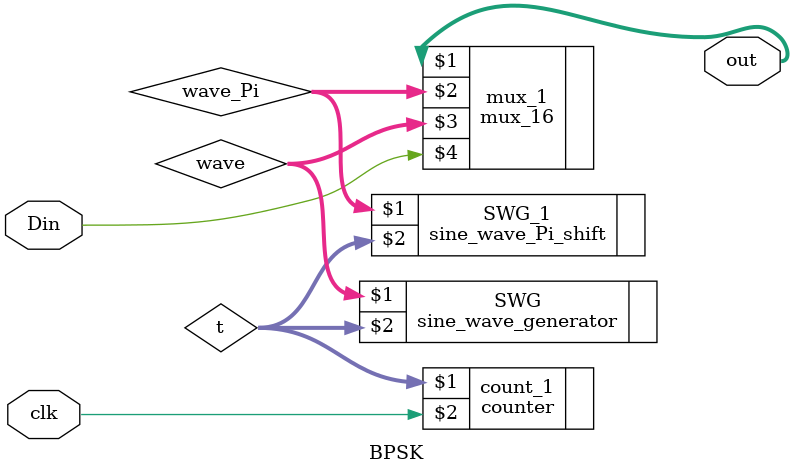
<source format=v>

module BPSK(out,Din,clk);               //BPSK Modulator
input Din,clk;                          //Din=input data stream 
output [15:0] out;                      //Modulated signal

wire [15:0]wave,wave_Pi;                //wave_Pi=sinusoidal wave with a phase diff of Pi
wire [5:0]t;

counter count_1(t,clk);                 //t counts 0->63 based on CLK
sine_wave_generator SWG(wave,t);        //Generate sinusoidal wave in accordance to t
sine_wave_Pi_shift SWG_1(wave_Pi,t);    //Generate sinusoidal wave with a Pi phase diff
mux_16 mux_1(out,wave_Pi,wave,Din);     //Din=1 => phase diff=0  , Din=0 => phase diff=180 degreee
endmodule

</source>
